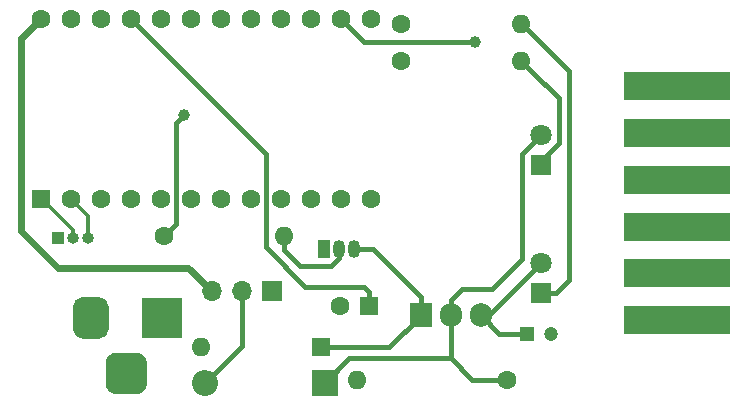
<source format=gtl>
G04 #@! TF.GenerationSoftware,KiCad,Pcbnew,(5.1.6)-1*
G04 #@! TF.CreationDate,2020-12-02T16:01:19+01:00*
G04 #@! TF.ProjectId,TapeXUM,54617065-5855-44d2-9e6b-696361645f70,rev?*
G04 #@! TF.SameCoordinates,Original*
G04 #@! TF.FileFunction,Copper,L1,Top*
G04 #@! TF.FilePolarity,Positive*
%FSLAX46Y46*%
G04 Gerber Fmt 4.6, Leading zero omitted, Abs format (unit mm)*
G04 Created by KiCad (PCBNEW (5.1.6)-1) date 2020-12-02 16:01:19*
%MOMM*%
%LPD*%
G01*
G04 APERTURE LIST*
G04 #@! TA.AperFunction,ComponentPad*
%ADD10R,1.600000X1.600000*%
G04 #@! TD*
G04 #@! TA.AperFunction,ComponentPad*
%ADD11C,1.600000*%
G04 #@! TD*
G04 #@! TA.AperFunction,ComponentPad*
%ADD12R,9.000000X2.400000*%
G04 #@! TD*
G04 #@! TA.AperFunction,ComponentPad*
%ADD13O,1.000000X1.000000*%
G04 #@! TD*
G04 #@! TA.AperFunction,ComponentPad*
%ADD14R,1.000000X1.000000*%
G04 #@! TD*
G04 #@! TA.AperFunction,ComponentPad*
%ADD15O,1.600000X1.600000*%
G04 #@! TD*
G04 #@! TA.AperFunction,ComponentPad*
%ADD16O,1.700000X1.700000*%
G04 #@! TD*
G04 #@! TA.AperFunction,ComponentPad*
%ADD17R,1.700000X1.700000*%
G04 #@! TD*
G04 #@! TA.AperFunction,ComponentPad*
%ADD18R,3.500000X3.500000*%
G04 #@! TD*
G04 #@! TA.AperFunction,ComponentPad*
%ADD19R,1.050000X1.500000*%
G04 #@! TD*
G04 #@! TA.AperFunction,ComponentPad*
%ADD20O,1.050000X1.500000*%
G04 #@! TD*
G04 #@! TA.AperFunction,ComponentPad*
%ADD21O,1.905000X2.000000*%
G04 #@! TD*
G04 #@! TA.AperFunction,ComponentPad*
%ADD22R,1.905000X2.000000*%
G04 #@! TD*
G04 #@! TA.AperFunction,ComponentPad*
%ADD23C,1.800000*%
G04 #@! TD*
G04 #@! TA.AperFunction,ComponentPad*
%ADD24R,1.800000X1.800000*%
G04 #@! TD*
G04 #@! TA.AperFunction,ComponentPad*
%ADD25O,2.200000X2.200000*%
G04 #@! TD*
G04 #@! TA.AperFunction,ComponentPad*
%ADD26R,2.200000X2.200000*%
G04 #@! TD*
G04 #@! TA.AperFunction,ComponentPad*
%ADD27C,1.200000*%
G04 #@! TD*
G04 #@! TA.AperFunction,ComponentPad*
%ADD28R,1.200000X1.200000*%
G04 #@! TD*
G04 #@! TA.AperFunction,ViaPad*
%ADD29C,1.000000*%
G04 #@! TD*
G04 #@! TA.AperFunction,Conductor*
%ADD30C,0.450000*%
G04 #@! TD*
G04 #@! TA.AperFunction,Conductor*
%ADD31C,0.600000*%
G04 #@! TD*
G04 #@! TA.AperFunction,Conductor*
%ADD32C,0.300000*%
G04 #@! TD*
G04 APERTURE END LIST*
D10*
X15963900Y-29397960D03*
D11*
X18503900Y-29397960D03*
X21043900Y-29397960D03*
X23583900Y-29397960D03*
X26123900Y-29397960D03*
X28663900Y-29397960D03*
X31203900Y-29397960D03*
X33743900Y-29397960D03*
X36283900Y-29397960D03*
X38823900Y-29397960D03*
X41363900Y-29397960D03*
X43903900Y-29397960D03*
X43903900Y-14157960D03*
X41363900Y-14157960D03*
X38823900Y-14157960D03*
X36283900Y-14157960D03*
X33743900Y-14157960D03*
X31203900Y-14157960D03*
X28663900Y-14157960D03*
X26123900Y-14157960D03*
X23583900Y-14157960D03*
X21043900Y-14157960D03*
X18503900Y-14157960D03*
X15963900Y-14157960D03*
D12*
X69856980Y-19854900D03*
X69856980Y-23814900D03*
X69856980Y-27774900D03*
X69856980Y-31734900D03*
X69856980Y-35694900D03*
X69856980Y-39654900D03*
D13*
X19964400Y-32740600D03*
X18694400Y-32740600D03*
D14*
X17424400Y-32740600D03*
D15*
X56613120Y-14589760D03*
D11*
X46453120Y-14589760D03*
X41300000Y-38500000D03*
D10*
X43800000Y-38500000D03*
D16*
X30429200Y-37211000D03*
X32969200Y-37211000D03*
D17*
X35509200Y-37211000D03*
G04 #@! TA.AperFunction,ComponentPad*
G36*
G01*
X21462800Y-45046600D02*
X21462800Y-43296600D01*
G75*
G02*
X22337800Y-42421600I875000J0D01*
G01*
X24087800Y-42421600D01*
G75*
G02*
X24962800Y-43296600I0J-875000D01*
G01*
X24962800Y-45046600D01*
G75*
G02*
X24087800Y-45921600I-875000J0D01*
G01*
X22337800Y-45921600D01*
G75*
G02*
X21462800Y-45046600I0J875000D01*
G01*
G37*
G04 #@! TD.AperFunction*
G04 #@! TA.AperFunction,ComponentPad*
G36*
G01*
X18712800Y-40471600D02*
X18712800Y-38471600D01*
G75*
G02*
X19462800Y-37721600I750000J0D01*
G01*
X20962800Y-37721600D01*
G75*
G02*
X21712800Y-38471600I0J-750000D01*
G01*
X21712800Y-40471600D01*
G75*
G02*
X20962800Y-41221600I-750000J0D01*
G01*
X19462800Y-41221600D01*
G75*
G02*
X18712800Y-40471600I0J750000D01*
G01*
G37*
G04 #@! TD.AperFunction*
D18*
X26212800Y-39471600D03*
D15*
X56613120Y-17729200D03*
D11*
X46453120Y-17729200D03*
D15*
X36550600Y-32562800D03*
D11*
X26390600Y-32562800D03*
D15*
X42760900Y-44729400D03*
D11*
X55460900Y-44729400D03*
D19*
X39951660Y-33614360D03*
D20*
X42491660Y-33614360D03*
X41221660Y-33614360D03*
D21*
X53223160Y-39235380D03*
X50683160Y-39235380D03*
D22*
X48143160Y-39235380D03*
D23*
X58356500Y-23977600D03*
D24*
X58356500Y-26517600D03*
D15*
X29527500Y-41970960D03*
D10*
X39687500Y-41970960D03*
D23*
X58356500Y-34818320D03*
D24*
X58356500Y-37358320D03*
D25*
X29898340Y-44947840D03*
D26*
X40058340Y-44947840D03*
D27*
X59175400Y-40792400D03*
D28*
X57175400Y-40792400D03*
D29*
X52700000Y-16100000D03*
X28067000Y-22313900D03*
D30*
X23583900Y-14157960D02*
X35026600Y-25600660D01*
X38354000Y-36830000D02*
X43380000Y-36830000D01*
X43800000Y-37250000D02*
X43800000Y-38500000D01*
X43380000Y-36830000D02*
X43800000Y-37250000D01*
X35026600Y-33502600D02*
X38354000Y-36830000D01*
X35026600Y-25600660D02*
X35026600Y-33502600D01*
X52700000Y-16100000D02*
X52700000Y-16100000D01*
X41363900Y-14157960D02*
X43305940Y-16100000D01*
X43305940Y-16100000D02*
X52700000Y-16100000D01*
X58356500Y-34843500D02*
X58356500Y-34818320D01*
X53964620Y-39235380D02*
X58356500Y-34843500D01*
X53223160Y-39235380D02*
X53964620Y-39235380D01*
X54780180Y-40792400D02*
X53223160Y-39235380D01*
X57175400Y-40792400D02*
X54780180Y-40792400D01*
X50683160Y-42900600D02*
X50683160Y-39235380D01*
X40058340Y-44947840D02*
X42105580Y-42900600D01*
X42105580Y-42900600D02*
X50683160Y-42900600D01*
X52511960Y-44729400D02*
X50683160Y-42900600D01*
X55460900Y-44729400D02*
X52511960Y-44729400D01*
X56700000Y-25634100D02*
X58356500Y-23977600D01*
X50683160Y-37935380D02*
X51618540Y-37000000D01*
X50683160Y-39235380D02*
X50683160Y-37935380D01*
X51618540Y-37000000D02*
X54211400Y-37000000D01*
X54211400Y-37000000D02*
X56700000Y-34511400D01*
X56700000Y-34511400D02*
X56700000Y-25634100D01*
X57513119Y-15389759D02*
X56713120Y-14589760D01*
X60655200Y-18531840D02*
X57513119Y-15389759D01*
X60655200Y-36259620D02*
X60655200Y-18531840D01*
X58356500Y-37358320D02*
X59556500Y-37358320D01*
X59556500Y-37358320D02*
X60655200Y-36259620D01*
X48143160Y-39282880D02*
X48143160Y-39235380D01*
X45455080Y-41970960D02*
X48143160Y-39282880D01*
X39687500Y-41970960D02*
X45455080Y-41970960D01*
X44079160Y-33614360D02*
X42491660Y-33614360D01*
X48143160Y-37678360D02*
X44079160Y-33614360D01*
X48143160Y-39235380D02*
X48143160Y-37678360D01*
X57513119Y-18529199D02*
X56713120Y-17729200D01*
X59842400Y-20858480D02*
X57513119Y-18529199D01*
X59842400Y-24688800D02*
X59842400Y-20858480D01*
X58356500Y-26517600D02*
X58356500Y-26174700D01*
X58356500Y-26174700D02*
X59842400Y-24688800D01*
X41221660Y-34384362D02*
X41221660Y-33614360D01*
X40528622Y-35077400D02*
X41221660Y-34384362D01*
X37933830Y-35077400D02*
X40528622Y-35077400D01*
X36550600Y-32562800D02*
X36550600Y-33694170D01*
X36550600Y-33694170D02*
X37933830Y-35077400D01*
X26390600Y-32562800D02*
X27406600Y-31546800D01*
X27406600Y-31546800D02*
X27406600Y-22974300D01*
X27567001Y-22813899D02*
X28067000Y-22313900D01*
X27406600Y-22974300D02*
X27567001Y-22813899D01*
X32969200Y-41876980D02*
X32969200Y-37211000D01*
X29898340Y-44947840D02*
X32969200Y-41876980D01*
D31*
X28448000Y-35229800D02*
X30429200Y-37211000D01*
X14330680Y-15791180D02*
X14330680Y-32110680D01*
X15963900Y-14157960D02*
X14330680Y-15791180D01*
X14330680Y-32110680D02*
X17449800Y-35229800D01*
X17449800Y-35229800D02*
X28448000Y-35229800D01*
D32*
X16058866Y-29397960D02*
X15963900Y-29397960D01*
X18694400Y-32033494D02*
X16058866Y-29397960D01*
X18694400Y-32740600D02*
X18694400Y-32033494D01*
X19964400Y-30858460D02*
X18503900Y-29397960D01*
X19964400Y-32740600D02*
X19964400Y-30858460D01*
M02*

</source>
